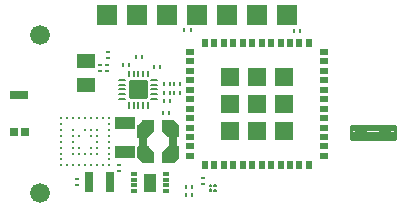
<source format=gbr>
G04 EAGLE Gerber RS-274X export*
G75*
%MOMM*%
%FSLAX34Y34*%
%LPD*%
%INSoldermask Top*%
%IPPOS*%
%AMOC8*
5,1,8,0,0,1.08239X$1,22.5*%
G01*
%ADD10R,0.250000X0.350000*%
%ADD11R,0.800000X0.500000*%
%ADD12R,0.500000X0.800000*%
%ADD13R,1.600000X1.600000*%
%ADD14R,0.630000X0.320000*%
%ADD15R,1.060000X1.560000*%
%ADD16C,1.676400*%
%ADD17R,0.280000X0.430000*%
%ADD18R,0.350000X0.250000*%
%ADD19R,0.430000X0.280000*%
%ADD20C,0.200000*%
%ADD21C,0.320000*%
%ADD22R,0.750000X2.540000*%
%ADD23R,1.600000X1.300000*%
%ADD24C,0.280000*%
%ADD25C,1.108000*%
%ADD26R,1.676400X1.676400*%
%ADD27C,0.300000*%
%ADD28R,1.800000X1.000000*%
%ADD29R,0.800000X1.800000*%
%ADD30R,1.600000X0.800000*%
%ADD31R,0.650000X0.800000*%
%ADD32C,0.203200*%

G36*
X121074Y61787D02*
X121074Y61787D01*
X121149Y61800D01*
X121159Y61807D01*
X121169Y61809D01*
X121198Y61833D01*
X121269Y61881D01*
X126769Y67381D01*
X126809Y67446D01*
X126853Y67508D01*
X126855Y67520D01*
X126860Y67528D01*
X126864Y67565D01*
X126880Y67650D01*
X126880Y76150D01*
X126869Y76200D01*
X126867Y76251D01*
X126849Y76283D01*
X126841Y76319D01*
X126808Y76358D01*
X126784Y76403D01*
X126754Y76424D01*
X126731Y76452D01*
X126684Y76473D01*
X126642Y76503D01*
X126600Y76511D01*
X126572Y76523D01*
X126542Y76522D01*
X126500Y76530D01*
X117000Y76530D01*
X116926Y76513D01*
X116851Y76500D01*
X116841Y76493D01*
X116831Y76491D01*
X116802Y76467D01*
X116731Y76419D01*
X112731Y72419D01*
X112691Y72354D01*
X112647Y72292D01*
X112645Y72280D01*
X112640Y72272D01*
X112636Y72235D01*
X112620Y72150D01*
X112620Y62150D01*
X112631Y62100D01*
X112633Y62049D01*
X112651Y62017D01*
X112659Y61981D01*
X112692Y61942D01*
X112716Y61897D01*
X112746Y61876D01*
X112769Y61848D01*
X112816Y61827D01*
X112858Y61797D01*
X112900Y61789D01*
X112928Y61777D01*
X112958Y61778D01*
X113000Y61770D01*
X121000Y61770D01*
X121074Y61787D01*
G37*
G36*
X147550Y62281D02*
X147550Y62281D01*
X147601Y62283D01*
X147633Y62301D01*
X147669Y62309D01*
X147708Y62342D01*
X147753Y62366D01*
X147774Y62396D01*
X147802Y62419D01*
X147823Y62466D01*
X147853Y62508D01*
X147861Y62550D01*
X147873Y62578D01*
X147872Y62608D01*
X147880Y62650D01*
X147880Y72150D01*
X147863Y72224D01*
X147861Y72233D01*
X147860Y72257D01*
X147856Y72266D01*
X147850Y72299D01*
X147843Y72309D01*
X147841Y72319D01*
X147817Y72348D01*
X147787Y72392D01*
X147778Y72409D01*
X147773Y72412D01*
X147769Y72419D01*
X143769Y76419D01*
X143704Y76459D01*
X143642Y76503D01*
X143630Y76505D01*
X143622Y76510D01*
X143585Y76514D01*
X143500Y76530D01*
X134000Y76530D01*
X133950Y76519D01*
X133899Y76517D01*
X133867Y76499D01*
X133831Y76491D01*
X133792Y76458D01*
X133747Y76434D01*
X133726Y76404D01*
X133698Y76381D01*
X133677Y76334D01*
X133647Y76292D01*
X133639Y76250D01*
X133627Y76222D01*
X133628Y76192D01*
X133620Y76150D01*
X133620Y67650D01*
X133637Y67576D01*
X133650Y67501D01*
X133657Y67491D01*
X133659Y67481D01*
X133683Y67452D01*
X133731Y67381D01*
X138731Y62381D01*
X138796Y62341D01*
X138858Y62297D01*
X138870Y62295D01*
X138878Y62290D01*
X138915Y62286D01*
X139000Y62270D01*
X147500Y62270D01*
X147550Y62281D01*
G37*
G36*
X143574Y40787D02*
X143574Y40787D01*
X143649Y40800D01*
X143659Y40807D01*
X143669Y40809D01*
X143698Y40833D01*
X143769Y40881D01*
X147769Y44881D01*
X147809Y44946D01*
X147853Y45008D01*
X147855Y45020D01*
X147860Y45028D01*
X147864Y45065D01*
X147880Y45150D01*
X147880Y54650D01*
X147869Y54700D01*
X147867Y54751D01*
X147849Y54783D01*
X147841Y54819D01*
X147808Y54858D01*
X147784Y54903D01*
X147754Y54924D01*
X147731Y54952D01*
X147684Y54973D01*
X147642Y55003D01*
X147600Y55011D01*
X147572Y55023D01*
X147542Y55022D01*
X147500Y55030D01*
X139000Y55030D01*
X138926Y55013D01*
X138851Y55000D01*
X138841Y54993D01*
X138831Y54991D01*
X138802Y54967D01*
X138731Y54919D01*
X133731Y49919D01*
X133691Y49854D01*
X133647Y49792D01*
X133645Y49780D01*
X133640Y49772D01*
X133636Y49735D01*
X133620Y49650D01*
X133620Y41150D01*
X133631Y41100D01*
X133633Y41049D01*
X133651Y41017D01*
X133659Y40981D01*
X133692Y40942D01*
X133716Y40897D01*
X133746Y40876D01*
X133769Y40848D01*
X133816Y40827D01*
X133858Y40797D01*
X133900Y40789D01*
X133928Y40777D01*
X133958Y40778D01*
X134000Y40770D01*
X143500Y40770D01*
X143574Y40787D01*
G37*
G36*
X126550Y40781D02*
X126550Y40781D01*
X126601Y40783D01*
X126633Y40801D01*
X126669Y40809D01*
X126708Y40842D01*
X126753Y40866D01*
X126774Y40896D01*
X126802Y40919D01*
X126823Y40966D01*
X126853Y41008D01*
X126861Y41050D01*
X126873Y41078D01*
X126872Y41108D01*
X126880Y41150D01*
X126880Y49650D01*
X126863Y49724D01*
X126850Y49799D01*
X126843Y49809D01*
X126841Y49819D01*
X126817Y49848D01*
X126769Y49919D01*
X122269Y54419D01*
X122204Y54459D01*
X122142Y54503D01*
X122130Y54505D01*
X122122Y54510D01*
X122085Y54514D01*
X122000Y54530D01*
X113000Y54530D01*
X112950Y54519D01*
X112899Y54517D01*
X112867Y54499D01*
X112831Y54491D01*
X112792Y54458D01*
X112747Y54434D01*
X112726Y54404D01*
X112698Y54381D01*
X112677Y54334D01*
X112647Y54292D01*
X112639Y54250D01*
X112627Y54222D01*
X112628Y54192D01*
X112620Y54150D01*
X112620Y45150D01*
X112637Y45076D01*
X112650Y45001D01*
X112657Y44991D01*
X112659Y44981D01*
X112683Y44952D01*
X112731Y44881D01*
X116731Y40881D01*
X116796Y40841D01*
X116858Y40797D01*
X116870Y40795D01*
X116878Y40790D01*
X116915Y40786D01*
X117000Y40770D01*
X126500Y40770D01*
X126550Y40781D01*
G37*
D10*
X143950Y99474D03*
X148950Y99474D03*
D11*
X157367Y134500D03*
X157367Y126500D03*
X157367Y118500D03*
X157367Y110500D03*
X157367Y102500D03*
X157367Y94500D03*
X157367Y86500D03*
X157367Y78500D03*
X157367Y70500D03*
X157367Y62500D03*
X157367Y54500D03*
X157367Y46500D03*
D12*
X169867Y38500D03*
X177867Y38500D03*
X185867Y38500D03*
X193867Y38500D03*
X201867Y38500D03*
X209867Y38500D03*
X217867Y38500D03*
X225867Y38500D03*
X233867Y38500D03*
X241867Y38500D03*
X249867Y38500D03*
X257867Y38500D03*
D11*
X270367Y46500D03*
X270367Y54500D03*
X270367Y62500D03*
X270367Y70500D03*
X270367Y78500D03*
X270367Y86500D03*
X270367Y94500D03*
X270367Y102500D03*
X270367Y110500D03*
X270367Y118500D03*
X270367Y126500D03*
X270367Y134500D03*
D12*
X257867Y142500D03*
X249867Y142500D03*
X241867Y142500D03*
X233867Y142500D03*
X225867Y142500D03*
X217867Y142500D03*
X209867Y142500D03*
X201867Y142500D03*
X193867Y142500D03*
X185867Y142500D03*
X177867Y142500D03*
X169867Y142500D03*
D13*
X190867Y113500D03*
X213867Y113500D03*
X236867Y113500D03*
X190867Y90500D03*
X213867Y90500D03*
X236867Y90500D03*
X190867Y67500D03*
X213867Y67500D03*
X236867Y67500D03*
D10*
X143950Y107300D03*
X148950Y107300D03*
D14*
X109874Y31480D03*
X109874Y26480D03*
X109874Y21480D03*
X109874Y16480D03*
X136474Y16480D03*
X136474Y21480D03*
X136474Y26480D03*
X136474Y31480D03*
D15*
X123174Y23980D03*
D16*
X30000Y148900D03*
X30000Y15000D03*
D17*
X153450Y13500D03*
X158550Y13500D03*
X153450Y20500D03*
X158550Y20500D03*
D10*
X244900Y152550D03*
X249900Y152550D03*
D17*
X152500Y152750D03*
X157600Y152750D03*
D18*
X81250Y123800D03*
X81250Y118800D03*
D19*
X87300Y118750D03*
X87300Y123850D03*
X87550Y129000D03*
X87550Y134100D03*
D20*
X124400Y94800D02*
X129400Y94800D01*
X129400Y98800D02*
X124400Y98800D01*
X124400Y102800D02*
X129400Y102800D01*
X129400Y106800D02*
X124400Y106800D01*
X124400Y110800D02*
X129400Y110800D01*
X121400Y113800D02*
X121400Y118800D01*
X117400Y118800D02*
X117400Y113800D01*
X113400Y113800D02*
X113400Y118800D01*
X109400Y118800D02*
X109400Y113800D01*
X105400Y113800D02*
X105400Y118800D01*
X102400Y110800D02*
X97400Y110800D01*
X97400Y106800D02*
X102400Y106800D01*
X102400Y102800D02*
X97400Y102800D01*
X97400Y98800D02*
X102400Y98800D01*
X102400Y94800D02*
X97400Y94800D01*
X105400Y91800D02*
X105400Y86800D01*
X109400Y86800D02*
X109400Y91800D01*
X113400Y91800D02*
X113400Y86800D01*
X117400Y86800D02*
X117400Y91800D01*
X121400Y91800D02*
X121400Y86800D01*
D21*
X119800Y109200D02*
X107000Y109200D01*
X119800Y109200D02*
X119800Y96400D01*
X107000Y96400D01*
X107000Y109200D01*
X107000Y99440D02*
X119800Y99440D01*
X119800Y102480D02*
X107000Y102480D01*
X107000Y105520D02*
X119800Y105520D01*
X119800Y108560D02*
X107000Y108560D01*
D22*
X143000Y58650D03*
X117500Y58650D03*
D17*
X134800Y93100D03*
X139900Y93100D03*
X140050Y99550D03*
X134950Y99550D03*
X105150Y123300D03*
X100050Y123300D03*
X116450Y130000D03*
X111350Y130000D03*
X131550Y121900D03*
X126450Y121900D03*
D10*
X135150Y107400D03*
X140150Y107400D03*
D23*
X68800Y106900D03*
X68800Y126900D03*
D24*
X330750Y72200D02*
X330750Y61000D01*
X293550Y61000D01*
X293550Y72200D01*
X330750Y72200D01*
X330750Y63660D02*
X293550Y63660D01*
X293550Y66320D02*
X330750Y66320D01*
X330750Y68980D02*
X293550Y68980D01*
X293550Y71640D02*
X330750Y71640D01*
D25*
X302150Y66600D03*
X322150Y66600D03*
D10*
X134700Y82900D03*
X139700Y82900D03*
D26*
X238900Y166100D03*
X213500Y166100D03*
X188100Y166100D03*
X162700Y166100D03*
X137300Y166100D03*
X111900Y166100D03*
X86500Y166100D03*
D27*
X88341Y38535D03*
X88341Y43535D03*
X88341Y48535D03*
X88341Y53535D03*
X88341Y58535D03*
X88341Y63535D03*
X88341Y68535D03*
X88341Y73535D03*
X88341Y78535D03*
X48341Y38535D03*
X48341Y43535D03*
X48341Y48535D03*
X48341Y53535D03*
X48341Y58535D03*
X48341Y63535D03*
X48341Y68535D03*
X48341Y73535D03*
X48341Y78535D03*
X83361Y38518D03*
X78361Y38518D03*
X73361Y38518D03*
X68361Y38518D03*
X63361Y38518D03*
X58361Y38518D03*
X53361Y38518D03*
X83378Y78535D03*
X78378Y78535D03*
X73378Y78535D03*
X68378Y78535D03*
X63378Y78535D03*
X58378Y78535D03*
X53378Y78535D03*
X58362Y68552D03*
X58362Y63552D03*
X58362Y58552D03*
X58362Y53552D03*
X58362Y48552D03*
X78382Y68532D03*
X78366Y63524D03*
X78372Y58527D03*
X78372Y53536D03*
X78373Y48527D03*
X73380Y48548D03*
X73389Y53549D03*
X73389Y63539D03*
X73399Y68520D03*
X68371Y68518D03*
X68358Y48517D03*
X63349Y63510D03*
X63365Y53510D03*
X63349Y48527D03*
D28*
X102100Y49600D03*
X102100Y74600D03*
D29*
X71600Y24300D03*
X89600Y24300D03*
D18*
X61300Y21900D03*
X61300Y26900D03*
X97300Y38700D03*
X97300Y33700D03*
D30*
X12500Y98500D03*
D31*
X7750Y66500D03*
X17250Y66500D03*
D32*
X173810Y17460D02*
X173812Y17510D01*
X173818Y17560D01*
X173828Y17610D01*
X173841Y17658D01*
X173858Y17706D01*
X173879Y17752D01*
X173903Y17796D01*
X173931Y17838D01*
X173962Y17878D01*
X173996Y17915D01*
X174033Y17950D01*
X174072Y17981D01*
X174113Y18010D01*
X174157Y18035D01*
X174203Y18057D01*
X174250Y18075D01*
X174298Y18089D01*
X174347Y18100D01*
X174397Y18107D01*
X174447Y18110D01*
X174498Y18109D01*
X174548Y18104D01*
X174598Y18095D01*
X174646Y18083D01*
X174694Y18066D01*
X174740Y18046D01*
X174785Y18023D01*
X174828Y17996D01*
X174868Y17966D01*
X174906Y17933D01*
X174941Y17897D01*
X174974Y17858D01*
X175003Y17817D01*
X175029Y17774D01*
X175052Y17729D01*
X175071Y17682D01*
X175086Y17634D01*
X175098Y17585D01*
X175106Y17535D01*
X175110Y17485D01*
X175110Y17435D01*
X175106Y17385D01*
X175098Y17335D01*
X175086Y17286D01*
X175071Y17238D01*
X175052Y17191D01*
X175029Y17146D01*
X175003Y17103D01*
X174974Y17062D01*
X174941Y17023D01*
X174906Y16987D01*
X174868Y16954D01*
X174828Y16924D01*
X174785Y16897D01*
X174740Y16874D01*
X174694Y16854D01*
X174646Y16837D01*
X174598Y16825D01*
X174548Y16816D01*
X174498Y16811D01*
X174447Y16810D01*
X174397Y16813D01*
X174347Y16820D01*
X174298Y16831D01*
X174250Y16845D01*
X174203Y16863D01*
X174157Y16885D01*
X174113Y16910D01*
X174072Y16939D01*
X174033Y16970D01*
X173996Y17005D01*
X173962Y17042D01*
X173931Y17082D01*
X173903Y17124D01*
X173879Y17168D01*
X173858Y17214D01*
X173841Y17262D01*
X173828Y17310D01*
X173818Y17360D01*
X173812Y17410D01*
X173810Y17460D01*
X173810Y21440D02*
X173812Y21490D01*
X173818Y21540D01*
X173828Y21590D01*
X173841Y21638D01*
X173858Y21686D01*
X173879Y21732D01*
X173903Y21776D01*
X173931Y21818D01*
X173962Y21858D01*
X173996Y21895D01*
X174033Y21930D01*
X174072Y21961D01*
X174113Y21990D01*
X174157Y22015D01*
X174203Y22037D01*
X174250Y22055D01*
X174298Y22069D01*
X174347Y22080D01*
X174397Y22087D01*
X174447Y22090D01*
X174498Y22089D01*
X174548Y22084D01*
X174598Y22075D01*
X174646Y22063D01*
X174694Y22046D01*
X174740Y22026D01*
X174785Y22003D01*
X174828Y21976D01*
X174868Y21946D01*
X174906Y21913D01*
X174941Y21877D01*
X174974Y21838D01*
X175003Y21797D01*
X175029Y21754D01*
X175052Y21709D01*
X175071Y21662D01*
X175086Y21614D01*
X175098Y21565D01*
X175106Y21515D01*
X175110Y21465D01*
X175110Y21415D01*
X175106Y21365D01*
X175098Y21315D01*
X175086Y21266D01*
X175071Y21218D01*
X175052Y21171D01*
X175029Y21126D01*
X175003Y21083D01*
X174974Y21042D01*
X174941Y21003D01*
X174906Y20967D01*
X174868Y20934D01*
X174828Y20904D01*
X174785Y20877D01*
X174740Y20854D01*
X174694Y20834D01*
X174646Y20817D01*
X174598Y20805D01*
X174548Y20796D01*
X174498Y20791D01*
X174447Y20790D01*
X174397Y20793D01*
X174347Y20800D01*
X174298Y20811D01*
X174250Y20825D01*
X174203Y20843D01*
X174157Y20865D01*
X174113Y20890D01*
X174072Y20919D01*
X174033Y20950D01*
X173996Y20985D01*
X173962Y21022D01*
X173931Y21062D01*
X173903Y21104D01*
X173879Y21148D01*
X173858Y21194D01*
X173841Y21242D01*
X173828Y21290D01*
X173818Y21340D01*
X173812Y21390D01*
X173810Y21440D01*
X177790Y17460D02*
X177792Y17510D01*
X177798Y17560D01*
X177808Y17610D01*
X177821Y17658D01*
X177838Y17706D01*
X177859Y17752D01*
X177883Y17796D01*
X177911Y17838D01*
X177942Y17878D01*
X177976Y17915D01*
X178013Y17950D01*
X178052Y17981D01*
X178093Y18010D01*
X178137Y18035D01*
X178183Y18057D01*
X178230Y18075D01*
X178278Y18089D01*
X178327Y18100D01*
X178377Y18107D01*
X178427Y18110D01*
X178478Y18109D01*
X178528Y18104D01*
X178578Y18095D01*
X178626Y18083D01*
X178674Y18066D01*
X178720Y18046D01*
X178765Y18023D01*
X178808Y17996D01*
X178848Y17966D01*
X178886Y17933D01*
X178921Y17897D01*
X178954Y17858D01*
X178983Y17817D01*
X179009Y17774D01*
X179032Y17729D01*
X179051Y17682D01*
X179066Y17634D01*
X179078Y17585D01*
X179086Y17535D01*
X179090Y17485D01*
X179090Y17435D01*
X179086Y17385D01*
X179078Y17335D01*
X179066Y17286D01*
X179051Y17238D01*
X179032Y17191D01*
X179009Y17146D01*
X178983Y17103D01*
X178954Y17062D01*
X178921Y17023D01*
X178886Y16987D01*
X178848Y16954D01*
X178808Y16924D01*
X178765Y16897D01*
X178720Y16874D01*
X178674Y16854D01*
X178626Y16837D01*
X178578Y16825D01*
X178528Y16816D01*
X178478Y16811D01*
X178427Y16810D01*
X178377Y16813D01*
X178327Y16820D01*
X178278Y16831D01*
X178230Y16845D01*
X178183Y16863D01*
X178137Y16885D01*
X178093Y16910D01*
X178052Y16939D01*
X178013Y16970D01*
X177976Y17005D01*
X177942Y17042D01*
X177911Y17082D01*
X177883Y17124D01*
X177859Y17168D01*
X177838Y17214D01*
X177821Y17262D01*
X177808Y17310D01*
X177798Y17360D01*
X177792Y17410D01*
X177790Y17460D01*
X177790Y21440D02*
X177792Y21490D01*
X177798Y21540D01*
X177808Y21590D01*
X177821Y21638D01*
X177838Y21686D01*
X177859Y21732D01*
X177883Y21776D01*
X177911Y21818D01*
X177942Y21858D01*
X177976Y21895D01*
X178013Y21930D01*
X178052Y21961D01*
X178093Y21990D01*
X178137Y22015D01*
X178183Y22037D01*
X178230Y22055D01*
X178278Y22069D01*
X178327Y22080D01*
X178377Y22087D01*
X178427Y22090D01*
X178478Y22089D01*
X178528Y22084D01*
X178578Y22075D01*
X178626Y22063D01*
X178674Y22046D01*
X178720Y22026D01*
X178765Y22003D01*
X178808Y21976D01*
X178848Y21946D01*
X178886Y21913D01*
X178921Y21877D01*
X178954Y21838D01*
X178983Y21797D01*
X179009Y21754D01*
X179032Y21709D01*
X179051Y21662D01*
X179066Y21614D01*
X179078Y21565D01*
X179086Y21515D01*
X179090Y21465D01*
X179090Y21415D01*
X179086Y21365D01*
X179078Y21315D01*
X179066Y21266D01*
X179051Y21218D01*
X179032Y21171D01*
X179009Y21126D01*
X178983Y21083D01*
X178954Y21042D01*
X178921Y21003D01*
X178886Y20967D01*
X178848Y20934D01*
X178808Y20904D01*
X178765Y20877D01*
X178720Y20854D01*
X178674Y20834D01*
X178626Y20817D01*
X178578Y20805D01*
X178528Y20796D01*
X178478Y20791D01*
X178427Y20790D01*
X178377Y20793D01*
X178327Y20800D01*
X178278Y20811D01*
X178230Y20825D01*
X178183Y20843D01*
X178137Y20865D01*
X178093Y20890D01*
X178052Y20919D01*
X178013Y20950D01*
X177976Y20985D01*
X177942Y21022D01*
X177911Y21062D01*
X177883Y21104D01*
X177859Y21148D01*
X177838Y21194D01*
X177821Y21242D01*
X177808Y21290D01*
X177798Y21340D01*
X177792Y21390D01*
X177790Y21440D01*
D18*
X168000Y22500D03*
X168000Y27500D03*
M02*

</source>
